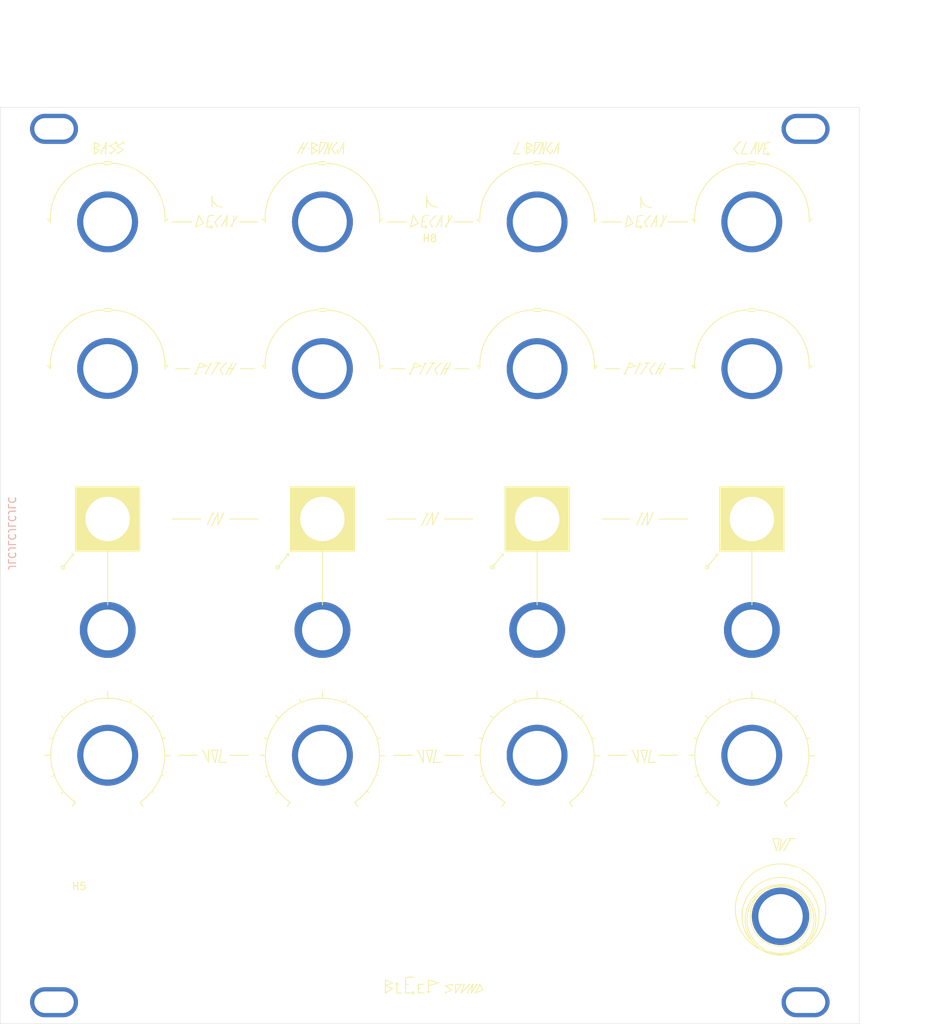
<source format=kicad_pcb>
(kicad_pcb (version 20211014) (generator pcbnew)
  (layers (0 "F.Cu" signal) (31 "B.Cu" signal) (34 "B.Paste" user) (35 "F.Paste" user) (36 "B.SilkS" user "B.Silkscreen") (37 "F.SilkS" user "F.Silkscreen") (38 "B.Mask" user) (39 "F.Mask" user) (44 "Edge.Cuts" user))
  (net 0 "")
  (footprint "Synth:Doepfer Mounting hole" (layer "F.Cu") (at 67.25 30.5)
    (fp_text reference "H1" hide)
    (fp_text value "MountingHole")
    (pad "1" thru_hole oval locked (at 0 0) (size 6.7 4.2) (drill oval 5.5 3) (layers *.Cu *.Mask))
  )
  (footprint "Synth:Doepfer Mounting hole" (layer "F.Cu") (at 172.25 30.5)
    (fp_text reference "H2" hide)
    (fp_text value "MountingHole")
    (pad "1" thru_hole oval locked (at 0 0) (size 6.7 4.2) (drill oval 5.5 3) (layers *.Cu *.Mask))
  )
  (footprint "Synth:Doepfer Mounting hole" (layer "F.Cu") (at 67.25 152.5)
    (fp_text reference "H3" hide)
    (fp_text value "MountingHole")
    (pad "1" thru_hole oval locked (at 0 0) (size 6.7 4.2) (drill oval 5.5 3) (layers *.Cu *.Mask))
  )
  (footprint "MountingHole:MountingHole_3.2mm_M3" (layer "F.Cu") (at 70.75 140.5)
    (fp_text reference "H5" (at 0 -4.2) (layer "F.SilkS"))
    (fp_text value "SpacerHoles")
    (pad "" np_thru_hole circle locked (at 0 0) (size 3.2 3.2) (drill 3.2) (layers *.Cu *.Mask))
  )
  (footprint "Synth:Doepfer Mounting hole" (layer "F.Cu") (at 172.25 152.5)
    (fp_text reference "H4" hide)
    (fp_text value "MountingHole")
    (pad "1" thru_hole oval locked (at 0 0) (size 6.7 4.2) (drill oval 5.5 3) (layers *.Cu *.Mask))
  )
  (footprint "MountingHole:MountingHole_3.2mm_M3" (layer "F.Cu") (at 119.75 50)
    (fp_text reference "H8" (at 0 -4.2) (layer "F.SilkS"))
    (fp_text value "SpacerHoles")
    (pad "" np_thru_hole circle locked (at 0 0) (size 3.2 3.2) (drill 3.2) (layers *.Cu *.Mask))
  )
  (gr_line locked (start 104.75 88.25) (end 104.75 97) (layer "F.SilkS") (width 0.12))
  (gr_line locked (start 74.75 88.25) (end 74.75 97) (layer "F.SilkS") (width 0.12))
  (gr_circle locked (center 98.5 91.75) (end 98.5 91.5) (layer "F.SilkS") (width 0.12) (fill none))
  (gr_line locked (start 98.5 91.75) (end 100 89.85) (layer "F.SilkS") (width 0.12))
  (gr_line locked (start 100 89.85) (end 99.7 89.85) (layer "F.SilkS") (width 0.12))
  (gr_line locked (start 100 89.85) (end 100 90.15) (layer "F.SilkS") (width 0.12))
  (gr_line locked (start 116.35 151.2) (end 117.55 151.2) (layer "F.SilkS") (width 0.12))
  (gr_line locked (start 133.275 34) (end 134.075 33.5) (layer "F.SilkS") (width 0.12))
  (gr_line locked (start 98.25 123.372083) (end 98.6 123.082083) (layer "F.SilkS") (width 0.12))
  (gr_line locked (start 91.95 44.2) (end 92.15 44.1) (layer "F.SilkS") (width 0.12))
  (gr_poly locked (pts (xy 96.35 63.6) (xy 96.75 63.6) (xy 96.75 64)) (layer "F.SilkS") (width 0.12) (fill solid))
  (gr_line locked (start 120.65 117.3) (end 120.55 117.3) (layer "F.SilkS") (width 0.12))
  (gr_line locked (start 134.075 32.8) (end 133.275 32.4) (layer "F.SilkS") (width 0.12))
  (gr_poly locked (pts (xy 142.75 43.5) (xy 142.75 43.1) (xy 143.15 43.1)) (layer "F.SilkS") (width 0.12) (fill solid))
  (gr_line locked (start 103.25 33.2) (end 104.05 32.8) (layer "F.SilkS") (width 0.12))
  (gr_arc locked (start 75.25 55.8) (mid 80.600137 58.161407) (end 82.75 63.6) (layer "F.SilkS") (width 0.12))
  (gr_line locked (start 90.65 117.3) (end 90.55 117.3) (layer "F.SilkS") (width 0.12))
  (gr_line locked (start 119.45 84.15) (end 119.55 84.35) (layer "F.SilkS") (width 0.12))
  (gr_line locked (start 134.25 55.6) (end 135.25 55.6) (layer "F.SilkS") (width 0.12))
  (gr_line locked (start 75.1 34) (end 75.3 34) (layer "F.SilkS") (width 0.12))
  (gr_line locked (start 136.775 32.4) (end 136.875 32.5) (layer "F.SilkS") (width 0.12))
  (gr_line locked (start 151.75 85) (end 155.75 85) (layer "F.SilkS") (width 0.12))
  (gr_line locked (start 150.775 64.8) (end 150.875 64.7) (layer "F.SilkS") (width 0.12))
  (gr_line locked (start 119.15 42.6) (end 119.55 42.6) (layer "F.SilkS") (width 0.12))
  (gr_line locked (start 149.45 84.15) (end 149.25 84.25) (layer "F.SilkS") (width 0.12))
  (gr_line locked (start 121.95 151.2) (end 121.95 151) (layer "F.SilkS") (width 0.12))
  (gr_line locked (start 135.3 32.4) (end 134.25 34) (layer "F.SilkS") (width 0.12))
  (gr_line locked (start 89.31066 41.43934) (end 89.31066 39.93934) (layer "F.SilkS") (width 0.12))
  (gr_line locked (start 91.575 64) (end 92.375 64) (layer "F.SilkS") (width 0.12))
  (gr_line locked (start 147.175 64.7) (end 146.975 64.8) (layer "F.SilkS") (width 0.12))
  (gr_line locked (start 98.25 112.472083) (end 98.66 112.822083) (layer "F.SilkS") (width 0.12))
  (gr_poly locked (pts (xy 82.75 64) (xy 82.75 63.6) (xy 83.15 63.6)) (layer "F.SilkS") (width 0.12) (fill solid))
  (gr_line locked (start 128.25 112.472083) (end 128.66 112.822083) (layer "F.SilkS") (width 0.12))
  (gr_line locked (start 147.35 118) (end 144.65 118) (layer "F.SilkS") (width 0.12))
  (gr_line locked (start 136.775 32.4) (end 136.075 33.3) (layer "F.SilkS") (width 0.12))
  (gr_arc locked (start 126.75 43.1) (mid 128.884567 37.646699) (end 134.25 35.3) (layer "F.SilkS") (width 0.12))
  (gr_line locked (start 149.35 44.2) (end 149.15 44.4) (layer "F.SilkS") (width 0.12))
  (gr_line locked (start 118.75 43.4) (end 119.05 43.4) (layer "F.SilkS") (width 0.12))
  (gr_line locked (start 103.25 32.4) (end 103.25 34) (layer "F.SilkS") (width 0.12))
  (gr_line locked (start 150.15 117.3) (end 149.75 119) (layer "F.SilkS") (width 0.12))
  (gr_line locked (start 117.675 63.2) (end 116.975 64.8) (layer "F.SilkS") (width 0.12))
  (gr_line locked (start 90.15 84.15) (end 90.15 85.85) (layer "F.SilkS") (width 0.12))
  (gr_line locked (start 141.14 112.472083) (end 140.79 112.792083) (layer "F.SilkS") (width 0.12))
  (gr_line locked (start 148.65 85.85) (end 149.45 84.15) (layer "F.SilkS") (width 0.12))
  (gr_line locked (start 162.75 34) (end 162.85 33.9) (layer "F.SilkS") (width 0.12))
  (gr_line locked (start 89.45 84.15) (end 89.25 84.25) (layer "F.SilkS") (width 0.12))
  (gr_line locked (start 149.25 117.3) (end 150.15 117.3) (layer "F.SilkS") (width 0.12))
  (gr_line locked (start 90.95 84.15) (end 90.85 84.15) (layer "F.SilkS") (width 0.12))
  (gr_line locked (start 132.775 33.2) (end 132.975 33.2) (layer "F.SilkS") (width 0.12))
  (gr_line locked (start 120.475 64.1) (end 120.775 64.8) (layer "F.SilkS") (width 0.12))
  (gr_arc locked (start 166.55 32.8) (mid 166.667157 32.517157) (end 166.95 32.4) (layer "F.SilkS") (width 0.12))
  (gr_arc locked (start 160.25 124.572083) (mid 164.75 110.034934) (end 169.25 124.572083) (layer "F.SilkS") (width 0.12))
  (gr_line locked (start 150.65 117.3) (end 150.25 119) (layer "F.SilkS") (width 0.12))
  (gr_line locked (start 164.25 56) (end 165.25 56) (layer "F.SilkS") (width 0.12))
  (gr_line locked (start 105.55 32.4) (end 105.05 34) (layer "F.SilkS") (width 0.12))
  (gr_line locked (start 137.675 33.2) (end 137.375 33.2) (layer "F.SilkS") (width 0.12))
  (gr_line locked (start 115.15 149.8) (end 114.95 150) (layer "F.SilkS") (width 0.12))
  (gr_line locked (start 165.35 32.4) (end 165.25 34) (layer "F.SilkS") (width 0.12))
  (gr_arc locked (start 150.75 41.5) (mid 149.68934 41.06066) (end 149.25 40) (layer "F.SilkS") (width 0.12))
  (gr_line locked (start 105.275 32.4) (end 104.225 34) (layer "F.SilkS") (width 0.12))
  (gr_line locked (start 79.25 124.572083) (end 79.7 125.182083) (layer "F.SilkS") (width 0.12))
  (gr_line locked (start 119.175 63.2) (end 118.975 63.3) (layer "F.SilkS") (width 0.12))
  (gr_line locked (start 121.275 63.2) (end 120.475 64.1) (layer "F.SilkS") (width 0.12))
  (gr_line locked (start 91.275 63.2) (end 90.475 64.1) (layer "F.SilkS") (width 0.12))
  (gr_line locked (start 89.175 63.2) (end 88.975 63.3) (layer "F.SilkS") (width 0.12))
  (gr_line locked (start 121.75 85) (end 125.75 85) (layer "F.SilkS") (width 0.12))
  (gr_poly locked (pts (xy 156.35 43.1) (xy 156.75 43.1) (xy 156.75 43.5)) (layer "F.SilkS") (width 0.12) (fill solid))
  (gr_poly locked (pts (xy 126.35 63.6) (xy 126.75 63.6) (xy 126.75 64)) (layer "F.SilkS") (width 0.12) (fill solid))
  (gr_line locked (start 151.275 63.2) (end 151.375 63.3) (layer "F.SilkS") (width 0.12))
  (gr_line locked (start 150.05 44.2) (end 150.15 44.1) (layer "F.SilkS") (width 0.12))
  (gr_circle locked (center 168.75 140.45) (end 166.75 135.45) (layer "F.SilkS") (width 0.12) (fill none))
  (gr_arc locked (start 100.25 124.572083) (mid 104.75 110.034934) (end 109.25 124.572083) (layer "F.SilkS") (width 0.12))
  (gr_line locked (start 105.05 34) (end 104.95 34) (layer "F.SilkS") (width 0.12))
  (gr_poly locked (pts (xy 66.35 43.1) (xy 66.75 43.1) (xy 66.75 43.5)) (layer "F.SilkS") (width 0.12) (fill solid))
  (gr_line locked (start 87.75 85) (end 83.75 85) (layer "F.SilkS") (width 0.12))
  (gr_line locked (start 153.25 64) (end 155.25 64) (layer "F.SilkS") (width 0.12))
  (gr_line locked (start 115.15 151.2) (end 115.75 151.2) (layer "F.SilkS") (width 0.12))
  (gr_line locked (start 148.05 117.3) (end 148.85 119) (layer "F.SilkS") (width 0.12))
  (gr_line locked (start 91.45 42.6) (end 90.65 44.2) (layer "F.SilkS") (width 0.12))
  (gr_line locked (start 118.15 43.7) (end 117.45 42.6) (layer "F.SilkS") (width 0.12))
  (gr_arc locked (start 156.75 43.1) (mid 158.884567 37.646699) (end 164.25 35.3) (layer "F.SilkS") (width 0.12))
  (gr_line locked (start 147.45 42.6) (end 147.05 44.2) (layer "F.SilkS") (width 0.12))
  (gr_line locked (start 108.05 110.272083) (end 107.89 110.652083) (layer "F.SilkS") (width 0.12))
  (gr_line locked (start 113.55 150.2) (end 114.55 149.8) (layer "F.SilkS") (width 0.12))
  (gr_line locked (start 119.35 44.2) (end 119.15 44.4) (layer "F.SilkS") (width 0.12))
  (gr_line locked (start 136.075 33.3) (end 136.575 34) (layer "F.SilkS") (width 0.12))
  (gr_line locked (start 122.35 43.5) (end 122.35 42.6) (layer "F.SilkS") (width 0.12))
  (gr_line locked (start 89.25 117.3) (end 90.15 117.3) (layer "F.SilkS") (width 0.12))
  (gr_line locked (start 124.15 150) (end 123.35 150) (layer "F.SilkS") (width 0.12))
  (gr_arc locked (start 116.35 149.4) (mid 116.467157 149.117157) (end 116.75 149) (layer "F.SilkS") (width 0.12))
  (gr_line locked (start 162.25 33.25) (end 162.75 34) (layer "F.SilkS") (width 0.12))
  (gr_line locked (start 123.35 151.2) (end 124.15 150) (layer "F.SilkS") (width 0.12))
  (gr_line locked (start 81.14 112.472083) (end 80.79 112.792083) (layer "F.SilkS") (width 0.12))
  (gr_line locked (start 117.675 63.2) (end 118.575 63.6) (layer "F.SilkS") (width 0.12))
  (gr_line locked (start 126.75 150) (end 126.15 151.2) (layer "F.SilkS") (width 0.12))
  (gr_line locked (start 87.175 64.7) (end 86.975 64.8) (layer "F.SilkS") (width 0.12))
  (gr_arc locked (start 165.25 55.8) (mid 170.600137 58.161407) (end 172.75 63.6) (layer "F.SilkS") (width 0.12))
  (gr_line locked (start 74.55 32.4) (end 74.45 34) (layer "F.SilkS") (width 0.12))
  (gr_line locked (start 90.55 42.6) (end 90.65 42.7) (layer "F.SilkS") (width 0.12))
  (gr_line locked (start 106.05 32.4) (end 105.55 34) (layer "F.SilkS") (width 0.12))
  (gr_line locked (start 143.75 43.5) (end 146.55 43.5) (layer "F.SilkS") (width 0.12))
  (gr_line locked (start 90.225 63.2) (end 89.275 64.8) (layer "F.SilkS") (width 0.12))
  (gr_line locked (start 107.65 33.2) (end 107.35 33.2) (layer "F.SilkS") (width 0.12))
  (gr_line locked (start 170.5 129.65) (end 170.9 129.65) (layer "F.SilkS") (width 0.12))
  (gr_line locked (start 118.375 64.8) (end 119.175 63.2) (layer "F.SilkS") (width 0.12))
  (gr_line locked (start 166.55 32.8) (end 166.35 34) (layer "F.SilkS") (width 0.12))
  (gr_line locked (start 113.55 151.2) (end 114.55 150.6) (layer "F.SilkS") (width 0.12))
  (gr_line locked (start 142.85 115.572083) (end 142.39 115.712083) (layer "F.SilkS") (width 0.12))
  (gr_line locked (start 165.25 33.2) (end 164.95 33.2) (layer "F.SilkS") (width 0.12))
  (gr_line locked (start 120.55 42.6) (end 119.75 43.5) (layer "F.SilkS") (width 0.12))
  (gr_line locked (start 125.35 150) (end 125.15 150) (layer "F.SilkS") (width 0.12))
  (gr_line locked (start 130.25 124.572083) (end 129.79 125.162083) (layer "F.SilkS") (width 0.12))
  (gr_line locked (start 90.15 85.85) (end 90.95 84.15) (layer "F.SilkS") (width 0.12))
  (gr_line locked (start 111.14 112.472083) (end 110.79 112.792083) (layer "F.SilkS") (width 0.12))
  (gr_line locked (start 142.55 120.872083) (end 142.24 120.762083) (layer "F.SilkS") (width 0.12))
  (gr_arc locked (start 148.75 43) (mid 148.867157 42.717157) (end 149.15 42.6) (layer "F.SilkS") (width 0.12))
  (gr_line locked (start 78.05 110.272083) (end 77.89 110.652083) (layer "F.SilkS") (width 0.12))
  (gr_line locked (start 89.35 44.2) (end 89.15 44) (layer "F.SilkS") (width 0.12))
  (gr_arc locked (start 130.25 124.572083) (mid 134.75 110.034934) (end 139.25 124.572083) (layer "F.SilkS") (width 0.12))
  (gr_line locked (start 142.752701 118.072083) (end 143.524313 118.072083) (layer "F.SilkS") (width 0.12))
  (gr_line locked (start 102.15 32.4) (end 101.25 34) (layer "F.SilkS") (width 0.12))
  (gr_line locked (start 96.85 120.972083) (end 97.29 120.812083) (layer "F.SilkS") (width 0.12))
  (gr_line locked (start 102.65 32.4) (end 101.75 34) (layer "F.SilkS") (width 0.12))
  (gr_line locked (start 100.25 124.572083) (end 99.79 125.162083) (layer "F.SilkS") (width 0.12))
  (gr_line locked (start 119.55 149.4) (end 119.55 151.2) (layer "F.SilkS") (width 0.12))
  (gr_line locked (start 166.95 32.4) (end 167.35 32.4) (layer "F.SilkS") (width 0.12))
  (gr_line locked (start 171.14 112.472083) (end 170.79 112.792083) (layer "F.SilkS") (width 0.12))
  (gr_arc locked (start 165.25 35.3) (mid 170.600137 37.661407) (end 172.75 43.1) (layer "F.SilkS") (width 0.12))
  (gr_line locked (start 150.475 64.1) (end 150.775 64.8) (layer "F.SilkS") (width 0.12))
  (gr_line locked (start 73.7 32.8) (end 72.9 32.4) (layer "F.SilkS") (width 0.12))
  (gr_line locked (start 121.45 42.6) (end 120.65 44.2) (layer "F.SilkS") (width 0.12))
  (gr_line locked (start 117.75 85) (end 113.75 85) (layer "F.SilkS") (width 0.12))
  (gr_line locked (start 117.175 64.7) (end 116.975 64.8) (layer "F.SilkS") (width 0.12))
  (gr_line locked (start 74.75 110.033694) (end 74.75 109.072083) (layer "F.SilkS") (width 0.12))
  (gr_line locked (start 158.25 123.372083) (end 158.6 123.082083) (layer "F.SilkS") (width 0.12))
  (gr_line locked (start 152.675 63.2) (end 151.775 64.8) (layer "F.SilkS") (width 0.12))
  (gr_poly locked (pts (xy 112.75 43.5) (xy 112.75 43.1) (xy 113.15 43.1)) (layer "F.SilkS") (width 0.12) (fill solid))
  (gr_line locked (start 150.55 42.6) (end 150.65 42.7) (layer "F.SilkS") (width 0.12))
  (gr_line locked (start 139.25 124.572083) (end 139.7 125.182083) (layer "F.SilkS") (width 0.12))
  (gr_line locked (start 91.35 43.4) (end 91.05 43.4) (layer "F.SilkS") (width 0.12))
  (gr_line locked (start 104.25 55.6) (end 105.25 55.6) (layer "F.SilkS") (width 0.12))
  (gr_line locked (start 149.75 119) (end 149.25 117.3) (layer "F.SilkS") (width 0.12))
  (gr_line locked (start 75.1 34) (end 75.1 33.8) (layer "F.SilkS") (width 0.12))
  (gr_line locked (start 116.35 150) (end 116.75 150) (layer "F.SilkS") (width 0.12))
  (gr_line locked (start 118.15 150) (end 118.15 151.2) (layer "F.SilkS") (width 0.12))
  (gr_line locked (start 146.975 64.8) (end 146.875 64.6) (layer "F.SilkS") (width 0.12))
  (gr_line locked (start 136.825 33.4) (end 136.925 33.5) (layer "F.SilkS") (width 0.12))
  (gr_line locked (start 122.95 150) (end 121.95 150.2) (layer "F.SilkS") (width 0.12))
  (gr_line locked (start 92.35 43.5) (end 92.85 42.6) (layer "F.SilkS") (width 0.12))
  (gr_line locked (start 96.65 115.572083) (end 97.11 115.712083) (layer "F.SilkS") (width 0.12))
  (gr_line locked (start 148.85 119) (end 148.85 117.3) (layer "F.SilkS") (width 0.12))
  (gr_line locked (start 88.05 117.3) (end 88.85 119) (layer "F.SilkS") (width 0.12))
  (gr_line locked (start 130 89.85) (end 129.7 89.85) (layer "F.SilkS") (width 0.12))
  (gr_line locked (start 172.55 120.872083) (end 172.24 120.762083) (layer "F.SilkS") (width 0.12))
  (gr_line locked (start 163.1 32.3) (end 163.2 32.4) (layer "F.SilkS") (width 0.12))
  (gr_line locked (start 118.15 150.6) (end 118.35 150.6) (layer "F.SilkS") (width 0.12))
  (gr_line locked (start 167.15 34) (end 166.95 34.2) (layer "F.SilkS") (width 0.12))
  (gr_line locked (start 149.175 63.2) (end 148.975 63.3) (layer "F.SilkS") (width 0.12))
  (gr_line locked (start 149.75 43.5) (end 150.05 44.2) (layer "F.SilkS") (width 0.12))
  (gr_line locked (start 124.55 150) (end 124.35 150) (layer "F.SilkS") (width 0.12))
  (gr_line locked (start 125.966895 118) (end 126.738507 118) (layer "F.SilkS") (width 0.12))
  (gr_line locked (start 104.225 34) (end 104.475 32.4) (layer "F.SilkS") (width 0.12))
  (gr_line locked (start 88.85 117.3) (end 88.75 117.3) (layer "F.SilkS") (width 0.12))
  (gr_line locked (start 89.35 85.85) (end 89.25 85.85) (layer "F.SilkS") (width 0.12))
  (gr_line locked (start 167.7 129.65) (end 168.6 129.65) (layer "F.SilkS") (width 0.12))
  (gr_line locked (start 119.75 43.5) (end 120.05 44.2) (layer "F.SilkS") (width 0.12))
  (gr_line locked (start 149.15 42.6) (end 149.55 42.6) (layer "F.SilkS") (width 0.12))
  (gr_line locked (start 134.25 35.1) (end 135.25 35.1) (layer "F.SilkS") (width 0.12))
  (gr_line locked (start 83.75 43.5) (end 86.55 43.5) (layer "F.SilkS") (width 0.12))
  (gr_line locked (start 118.85 117.3) (end 118.75 117.3) (layer "F.SilkS") (width 0.12))
  (gr_line locked (start 168.05 110.272083) (end 167.89 110.652083) (layer "F.SilkS") (width 0.12))
  (gr_line locked (start 168.6 129.65) (end 168.2 131.35) (layer "F.SilkS") (width 0.12))
  (gr_line locked (start 165.35 32.4) (end 164.55 34) (layer "F.SilkS") (width 0.12))
  (gr_line locked (start 90.775 64.8) (end 90.875 64.7) (layer "F.SilkS") (width 0.12))
  (gr_line locked (start 128.5 91.75) (end 130 89.85) (layer "F.SilkS") (width 0.12))
  (gr_line locked (start 119.35 151) (end 119.55 151.2) (layer "F.SilkS") (width 0.12))
  (gr_line locked (start 106.75 32.4) (end 106.85 32.5) (layer "F.SilkS") (width 0.12))
  (gr_line locked (start 119.55 151.2) (end 119.55 151) (layer "F.SilkS") (width 0.12))
  (gr_line locked (start 119.35 85.85) (end 119.25 85.85) (layer "F.SilkS") (width 0.12))
  (gr_poly locked (pts (xy 66.35 63.6) (xy 66.75 63.6) (xy 66.75 64)) (layer "F.SilkS") (width 0.12) (fill solid))
  (gr_line locked (start 72.9 34) (end 73.7 33.5) (layer "F.SilkS") (width 0.12))
  (gr_line locked (start 74.25 35.1) (end 75.25 35.1) (layer "F.SilkS") (width 0.12))
  (gr_line locked (start 112.55 120.872083) (end 112.24 120.762083) (layer "F.SilkS") (width 0.12))
  (gr_line locked (start 121.35 43.4) (end 121.05 43.4) (layer "F.SilkS") (width 0.12))
  (gr_line locked (start 104.05 33.5) (end 103.25 33.2) (layer "F.SilkS") (width 0.12))
  (gr_line locked (start 76.1 34) (end 76.3 34) (layer "F.SilkS") (width 0.12))
  (gr_line locked (start 135.575 32.4) (end 135.575 34) (layer "F.SilkS") (width 0.12))
  (gr_line locked (start 151.95 44.2) (end 151.95 44) (layer "F.SilkS") (width 0.12))
  (gr_line locked (start 163.25 34) (end 164.15 34) (layer "F.SilkS") (width 0.12))
  (gr_line locked (start 74.25 35.5) (end 75.25 35.5) (layer "F.SilkS") (width 0.12))
  (gr_line locked (start 150.25 119) (end 151.35 119) (layer "F.SilkS") (width 0.12))
  (gr_line locked (start 68.25 112.472083) (end 68.66 112.822083) (layer "F.SilkS") (width 0.12))
  (gr_line locked (start 87.35 118) (end 84.65 118) (layer "F.SilkS") (width 0.12))
  (gr_line locked (start 92.35 43.5) (end 91.95 44.2) (layer "F.SilkS") (width 0.12))
  (gr_line locked (start 106.8 33.4) (end 106.9 33.5) (layer "F.SilkS") (width 0.12))
  (gr_poly locked (pts (xy 112.75 64) (xy 112.75 63.6) (xy 113.15 63.6)) (layer "F.SilkS") (width 0.12) (fill solid))
  (gr_line locked (start 89.825 63.2) (end 90.525 63.2) (layer "F.SilkS") (width 0.12))
  (gr_line locked (start 90.475 64.1) (end 90.775 64.8) (layer "F.SilkS") (width 0.12))
  (gr_line locked (start 126.35 150) (end 126.15 150) (layer "F.SilkS") (width 0.12))
  (gr_line locked (start 166.4 32.4) (end 166.3 32.4) (layer "F.SilkS") (width 0.12))
  (gr_line locked (start 119.45 84.15) (end 119.25 84.25) (layer "F.SilkS") (width 0.12))
  (gr_line locked (start 149.825 63.2) (end 150.525 63.2) (layer "F.SilkS") (width 0.12))
  (gr_line locked (start 113.75 43.5) (end 116.55 43.5) (layer "F.SilkS") (width 0.12))
  (gr_line locked (start 119.75 119) (end 119.25 117.3) (layer "F.SilkS") (width 0.12))
  (gr_line locked (start 104.475 32.4) (end 105.275 32.4) (layer "F.SilkS") (width 0.12))
  (gr_arc locked (start 126.75 63.6) (mid 128.884567 58.146699) (end 134.25 55.8) (layer "F.SilkS") (width 0.12))
  (gr_line locked (start 128.25 123.372083) (end 128.6 123.082083) (layer "F.SilkS") (width 0.12))
  (gr_line locked (start 136.075 32.4) (end 135.975 32.4) (layer "F.SilkS") (width 0.12))
  (gr_line locked (start 117.05 44.2) (end 118.15 43.7) (layer "F.SilkS") (width 0.12))
  (gr_line locked (start 172.85 115.572083) (end 172.39 115.712083) (layer "F.SilkS") (width 0.12))
  (gr_line locked (start 115.15 149.8) (end 115.15 151.2) (layer "F.SilkS") (width 0.12))
  (gr_line locked (start 150.15 84.15) (end 150.15 85.85) (layer "F.SilkS") (width 0.12))
  (gr_line locked (start 172.752701 118.072083) (end 173.524313 118.072083) (layer "F.SilkS") (width 0.12))
  (gr_line locked (start 117.35 118) (end 114.65 118) (layer "F.SilkS") (width 0.12))
  (gr_line locked (start 91.275 63.2) (end 91.375 63.3) (layer "F.SilkS") (width 0.12))
  (gr_line locked (start 144.25 64) (end 146.25 64) (layer "F.SilkS") (width 0.12))
  (gr_line locked (start 149.35 85.85) (end 150.15 84.15) (layer "F.SilkS") (width 0.12))
  (gr_line locked (start 164.75 88.25) (end 164.75 97) (layer "F.SilkS") (width 0.12))
  (gr_line locked (start 76 32.4) (end 75.8 32.3) (layer "F.SilkS") (width 0.12))
  (gr_arc locked (start 66.75 43.1) (mid 68.884567 37.646699) (end 74.25 35.3) (layer "F.SilkS") (width 0.12))
  (gr_line locked (start 76 32.9) (end 76.9 33.4) (layer "F.SilkS") (width 0.12))
  (gr_line locked (start 168.9 129.65) (end 168.6 131.35) (layer "F.SilkS") (width 0.12))
  (gr_line locked (start 81.18 123.212083) (end 80.94 123.012083) (layer "F.SilkS") (width 0.12))
  (gr_line locked (start 124.55 150) (end 124.15 151.2) (layer "F.SilkS") (width 0.12))
  (gr_poly locked (pts (xy 172.75 43.5) (xy 172.75 43.1) (xy 173.15 43.1)) (layer "F.SilkS") (width 0.12) (fill solid))
  (gr_line locked (start 135.575 32.4) (end 135.075 34) (layer "F.SilkS") (width 0.12))
  (gr_line locked (start 121.95 150.2) (end 122.75 150.8) (layer "F.SilkS") (width 0.12))
  (gr_line locked (start 165.7 32.4) (end 165.6 34) (layer "F.SilkS") (width 0.12))
  (gr_line locked (start 155.966895 118) (end 156.738507 118) (layer "F.SilkS") (width 0.12))
  (gr_line locked (start 136.575 34) (end 136.925 33.5) (layer "F.SilkS") (width 0.12))
  (gr_line locked (start 89.35 85.85) (end 90.15 84.15) (layer "F.SilkS") (width 0.12))
  (gr_poly locked (pts (xy 160.25 80.5) (xy 169.25 80.5) (xy 169.25 89.5) (xy 160.25 89.5)) (layer "F.SilkS") (width 0.1) (fill solid))
  (gr_line locked (start 131.475 34) (end 132.375 34) (layer "F.SilkS") (width 0.12))
  (gr_line locked (start 70 89.85) (end 69.7 89.85) (layer "F.SilkS") (width 0.12))
  (gr_line locked (start 76.9 33.4) (end 76.1 34) (layer "F.SilkS") (width 0.12))
  (gr_line locked (start 165.7 32.4) (end 165.6 32.4) (layer "F.SilkS") (width 0.12))
  (gr_line locked (start 90.25 119) (end 91.35 119) (layer "F.SilkS") (width 0.12))
  (gr_line locked (start 82.55 120.872083) (end 82.24 120.762083) (layer "F.SilkS") (width 0.12))
  (gr_line locked (start 122.75 150.8) (end 121.95 151.2) (layer "F.SilkS") (width 0.12))
  (gr_line locked (start 164.25 35.5) (end 165.25 35.5) (layer "F.SilkS") (width 0.12))
  (gr_line locked (start 90.05 44.2) (end 90.15 44.1) (layer "F.SilkS") (width 0.12))
  (gr_line locked (start 119.825 63.2) (end 120.525 63.2) (layer "F.SilkS") (width 0.12))
  (gr_line locked (start 121.95 44.2) (end 122.15 44.1) (layer "F.SilkS") (width 0.12))
  (gr_arc locked (start 66.75 63.6) (mid 68.884567 58.146699) (end 74.25 55.8) (layer "F.SilkS") (width 0.12))
  (gr_line locked (start 82.85 115.572083) (end 82.39 115.712083) (layer "F.SilkS") (width 0.12))
  (gr_line locked (start 106.05 32.4) (end 105.95 32.4) (layer "F.SilkS") (width 0.12))
  (gr_line locked (start 105.55 32.4) (end 105.55 34) (layer "F.SilkS") (width 0.12))
  (gr_line locked (start 168.2 131.35) (end 167.7 129.65) (layer "F.SilkS") (width 0.12))
  (gr_line locked (start 92.175 63.2) (end 91.275 64.8) (layer "F.SilkS") (width 0.12))
  (gr_line locked (start 152.175 63.2) (end 151.275 64.8) (layer "F.SilkS") (width 0.12))
  (gr_line locked (start 87.675 63.2) (end 88.575 63.6) (layer "F.SilkS") (width 0.12))
  (gr_line locked (start 164.25 35.1) (end 165.25 35.1) (layer "F.SilkS") (width 0.12))
  (gr_poly locked (pts (xy 126.35 43.1) (xy 126.75 43.1) (xy 126.75 43.5)) (layer "F.SilkS") (width 0.12) (fill solid))
  (gr_line locked (start 74.45 33.2) (end 74.15 33.2) (layer "F.SilkS") (width 0.12))
  (gr_line locked (start 151.275 63.2) (end 150.475 64.1) (layer "F.SilkS") (width 0.12))
  (gr_line locked (start 121.45 42.6) (end 121.35 44.2) (layer "F.SilkS") (width 0.12))
  (gr_line locked (start 74.25 55.6) (end 75.25 55.6) (layer "F.SilkS") (width 0.12))
  (gr_line locked (start 135.075 34) (end 134.975 34) (layer "F.SilkS") (width 0.12))
  (gr_line locked (start 152.35 43.5) (end 151.95 44.2) (layer "F.SilkS") (width 0.12))
  (gr_line locked (start 114.55 149.8) (end 113.55 149.4) (layer "F.SilkS") (width 0.12))
  (gr_line locked (start 148.575 63.6) (end 147.375 63.9) (layer "F.SilkS") (width 0.12))
  (gr_line locked (start 89.75 43.5) (end 90.05 44.2) (layer "F.SilkS") (width 0.12))
  (gr_line locked (start 95.966895 118) (end 96.738507 118) (layer "F.SilkS") (width 0.12))
  (gr_line locked (start 90.55 42.6) (end 89.75 43.5) (layer "F.SilkS") (width 0.12))
  (gr_line locked (start 122.35 43.5) (end 121.95 44.2) (layer "F.SilkS") (width 0.12))
  (gr_line locked (start 123.25 64) (end 125.25 64) (layer "F.SilkS") (width 0.12))
  (gr_line locked (start 114.55 150.6) (end 113.55 150.2) (layer "F.SilkS") (width 0.12))
  (gr_line locked (start 151.45 42.6) (end 150.65 44.2) (layer "F.SilkS") (width 0.12))
  (gr_line locked (start 147.05 44.2) (end 148.15 43.7) (layer "F.SilkS") (width 0.12))
  (gr_line locked (start 169.8 129.65) (end 170.5 129.65) (layer "F.SilkS") (width 0.12))
  (gr_line locked (start 132.175 32.4) (end 131.475 34) (layer "F.SilkS") (width 0.12))
  (gr_line locked (start 124.95 151.2) (end 125.15 151.2) (layer "F.SilkS") (width 0.12))
  (gr_poly locked (pts (xy 130.25 80.5) (xy 139.25 80.5) (xy 139.25 89.5) (xy 130.25 89.5)) (layer "F.SilkS") (width 0.1) (fill solid))
  (gr_line locked (start 134.075 33.5) (end 133.275 33.2) (layer "F.SilkS") (width 0.12))
  (gr_line locked (start 119.25 117.3) (end 120.15 117.3) (layer "F.SilkS") (width 0.12))
  (gr_line locked (start 131.55 110.172083) (end 131.74 110.622083) (layer "F.SilkS") (width 0.12))
  (gr_line locked (start 106.55 34) (end 106.9 33.5) (layer "F.SilkS") (width 0.12))
  (gr_line locked (start 70.25 124.572083) (end 69.79 125.162083) (layer "F.SilkS") (width 0.12))
  (gr_arc locked (start 120.81066 41.43934) (mid 119.75 41) (end 119.31066 39.93934) (layer "F.SilkS") (width 0.12))
  (gr_line locked (start 89.175 63.2) (end 89.275 63.4) (layer "F.SilkS") (width 0.12))
  (gr_line locked (start 134.75 88.25) (end 134.75 97) (layer "F.SilkS") (width 0.12))
  (gr_line locked (start 163.95 32.4) (end 163.25 34) (layer "F.SilkS") (width 0.12))
  (gr_line locked (start 161.55 110.172083) (end 161.74 110.622083) (layer "F.SilkS") (width 0.12))
  (gr_arc locked (start 135.25 35.3) (mid 140.600137 37.661407) (end 142.75 43.1) (layer "F.SilkS") (width 0.12))
  (gr_poly locked (pts (xy 96.35 43.1) (xy 96.75 43.1) (xy 96.75 43.5)) (layer "F.SilkS") (width 0.12) (fill solid))
  (gr_line locked (start 126.65 115.572083) (end 127.11 115.712083) (layer "F.SilkS") (width 0.12))
  (gr_line locked (start 147.75 85) (end 143.75 85) (layer "F.SilkS") (width 0.12))
  (gr_line locked (start 90.15 117.3) (end 89.75 119) (layer "F.SilkS") (width 0.12))
  (gr_line locked (start 77 32.4) (end 76.8 32.3) (layer "F.SilkS") (width 0.12))
  (gr_line locked (start 88.65 85.85) (end 89.45 84.15) (layer "F.SilkS") (width 0.12))
  (gr_line locked (start 158.25 112.472083) (end 158.66 112.822083) (layer "F.SilkS") (width 0.12))
  (gr_line locked (start 118.05 117.3) (end 118.85 119) (layer "F.SilkS") (width 0.12))
  (gr_circle locked (center 168.75 140.45) (end 166 137.25) (layer "F.SilkS") (width 0.12) (fill none))
  (gr_line locked (start 150.225 63.2) (end 149.275 64.8) (layer "F.SilkS") (width 0.12))
  (gr_line locked (start 150.55 42.6) (end 149.75 43.5) (layer "F.SilkS") (width 0.12))
  (gr_line locked (start 122.675 63.2) (end 121.775 64.8) (layer "F.SilkS") (width 0.12))
  (gr_line locked (start 104.75 110.033694) (end 104.75 109.072083) (layer "F.SilkS") (width 0.12))
  (gr_line locked (start 150.15 85.85) (end 150.95 84.15) (layer "F.SilkS") (width 0.12))
  (gr_line locked (start 120.05 44.2) (end 120.15 44.1) (layer "F.SilkS") (width 0.12))
  (gr_line locked (start 153.05 43.5) (end 155.75 43.5) (layer "F.SilkS") (width 0.12))
  (gr_line locked (start 170.2 129.65) (end 169.2 131.35) (layer "F.SilkS") (width 0.12))
  (gr_line locked (start 148.75 43.4) (end 149.05 43.4) (layer "F.SilkS") (width 0.12))
  (gr_line locked (start 147.675 63.2) (end 148.575 63.6) (layer "F.SilkS") (width 0.12))
  (gr_circle locked (center 168.75 141) (end 170.2 145.45) (layer "F.SilkS") (width 0.12) (fill none))
  (gr_line locked (start 109.25 124.572083) (end 109.7 125.182083) (layer "F.SilkS") (width 0.12))
  (gr_line locked (start 114.25 64) (end 116.25 64) (layer "F.SilkS") (width 0.12))
  (gr_line locked (start 120.15 117.3) (end 119.75 119) (layer "F.SilkS") (width 0.12))
  (gr_line locked (start 148.375 64.8) (end 149.175 63.2) (layer "F.SilkS") (width 0.12))
  (gr_line locked (start 104.25 35.1) (end 105.25 35.1) (layer "F.SilkS") (width 0.12))
  (gr_line locked (start 91.75 85) (end 95.75 85) (layer "F.SilkS") (width 0.12))
  (gr_line locked (start 82.752701 118.072083) (end 83.524313 118.072083) (layer "F.SilkS") (width 0.12))
  (gr_line locked (start 118.575 63.6) (end 117.375 63.9) (layer "F.SilkS") (width 0.12))
  (gr_line locked (start 88.375 64.8) (end 89.175 63.2) (layer "F.SilkS") (width 0.12))
  (gr_line locked (start 163.1 32.3) (end 162.25 33.25) (layer "F.SilkS") (width 0.12))
  (gr_line locked (start 148.85 117.3) (end 148.75 117.3) (layer "F.SilkS") (width 0.12))
  (gr_line locked (start 126.85 120.972083) (end 127.29 120.812083) (layer "F.SilkS") (width 0.12))
  (gr_line locked (start 166.35 34) (end 167.05 34) (layer "F.SilkS") (width 0.12))
  (gr_line locked (start 148.05 117.3) (end 147.95 117.3) (layer "F.SilkS") (width 0.12))
  (gr_line locked (start 132.175 32.4) (end 132.075 32.4) (layer "F.SilkS") (width 0.12))
  (gr_line locked (start 121.95 44.2) (end 121.95 44) (layer "F.SilkS") (width 0.12))
  (gr_line locked (start 156.65 115.572083) (end 157.11 115.712083) (layer "F.SilkS") (width 0.12))
  (gr_circle locked (center 168.75 141) (end 166.95 136.4) (layer "F.SilkS") (width 0.12) (fill none))
  (gr_line locked (start 66.65 115.572083) (end 67.11 115.712083) (layer "F.SilkS") (width 0.12))
  (gr_line locked (start 130 89.85) (end 130 90.15) (layer "F.SilkS") (width 0.12))
  (gr_line locked (start 134.25 34) (end 134.5 32.4) (layer "F.SilkS") (width 0.12))
  (gr_line locked (start 76.1 34) (end 76.1 33.8) (layer "F.SilkS") (width 0.12))
  (gr_line locked (start 101.55 33.2) (end 102.35 33.2) (layer "F.SilkS") (width 0.12))
  (gr_line locked (start 73.7 33.5) (end 72.9 33.2) (layer "F.SilkS") (width 0.12))
  (gr_line locked (start 120.65 117.3) (end 120.25 119) (layer "F.SilkS") (width 0.12))
  (gr_poly locked (pts (xy 100.25 80.5) (xy 109.25 80.5) (xy 109.25 89.5) (xy 100.25 89.5)) (layer "F.SilkS") (width 0.1) (fill solid))
  (gr_line locked (start 121.75 118) (end 124.45 118) (layer "F.SilkS") (width 0.12))
  (gr_arc locked (start 156.75 63.6) (mid 158.884567 58.146699) (end 164.25 55.8) (layer "F.SilkS") (width 0.12))
  (gr_line locked (start 74.25 56) (end 75.25 56) (layer "F.SilkS") (width 0.12))
  (gr_line locked (start 168.6 131.35) (end 169.6 129.65) (layer "F.SilkS") (width 0.12))
  (gr_line locked (start 164.75 110.033694) (end 164.75 109.072083) (layer "F.SilkS") (width 0.12))
  (gr_line locked (start 151.45 42.6) (end 151.35 44.2) (layer "F.SilkS") (width 0.12))
  (gr_line locked (start 123.05 43.5) (end 125.75 43.5) (layer "F.SilkS") (width 0.12))
  (gr_line locked (start 120.225 63.2) (end 119.275 64.8) (layer "F.SilkS") (width 0.12))
  (gr_line locked (start 116.75 149) (end 117.55 149) (layer "F.SilkS") (width 0.12))
  (gr_line locked (start 134.25 35.5) (end 135.25 35.5) (layer "F.SilkS") (width 0.12))
  (gr_line locked (start 120.25 119) (end 121.35 119) (layer "F.SilkS") (width 0.12))
  (gr_line locked (start 149.35 85.85) (end 149.25 85.85) (layer "F.SilkS") (width 0.12))
  (gr_line locked (start 119.55 151.2) (end 119.75 151) (layer "F.SilkS") (width 0.12))
  (gr_line locked (start 149.25 41.5) (end 149.25 40) (layer "F.SilkS") (width 0.12))
  (gr_line locked (start 71.55 110.172083) (end 71.74 110.622083) (layer "F.SilkS") (width 0.12))
  (gr_line locked (start 113.55 149.4) (end 113.55 151.2) (layer "F.SilkS") (width 0.12))
  (gr_line locked (start 148.55 44.2) (end 149.25 44.2) (layer "F.SilkS") (width 0.12))
  (gr_line locked (start 120.775 64.8) (end 120.875 64.7) (layer "F.SilkS") (width 0.12))
  (gr_line locked (start 70 89.85) (end 70 90.15) (layer "F.SilkS") (width 0.12))
  (gr_line locked (start 112.752701 118.072083) (end 113.524313 118.072083) (layer "F.SilkS") (width 0.12))
  (gr_line locked (start 124.15 151.2) (end 125.35 150) (layer "F.SilkS") (width 0.12))
  (gr_line locked (start 133.275 33.2) (end 134.075 32.8) (layer "F.SilkS") (width 0.12))
  (gr_line locked (start 87.05 44.2) (end 88.15 43.7) (layer "F.SilkS") (width 0.12))
  (gr_line locked (start 87.45 42.6) (end 87.05 44.2) (layer "F.SilkS") (width 0.12))
  (gr_line locked (start 149.175 63.2) (end 149.275 63.4) (layer "F.SilkS") (width 0.12))
  (gr_line locked (start 138.05 110.272083) (end 137.89 110.652083) (layer "F.SilkS") (width 0.12))
  (gr_line locked (start 136.075 32.4) (end 135.575 34) (layer "F.SilkS") (width 0.12))
  (gr_line locked (start 77 32.4) (end 77 32.6) (layer "F.SilkS") (width 0.12))
  (gr_line locked (start 72.9 32.4) (end 72.9 34) (layer "F.SilkS") (width 0.12))
  (gr_line locked (start 117.55 151.2) (end 117.35 151) (layer "F.SilkS") (width 0.12))
  (gr_circle locked (center 68.5 91.75) (end 68.5 91.5) (layer "F.SilkS") (width 0.12) (fill none))
  (gr_line locked (start 160.25 124.572083) (end 159.79 125.162083) (layer "F.SilkS") (width 0.12))
  (gr_line locked (start 87.675 63.2) (end 86.975 64.8) (layer "F.SilkS") (width 0.12))
  (gr_line locked (start 86.975 64.8) (end 86.875 64.6) (layer "F.SilkS") (width 0.12))
  (gr_line locked (start 134.25 56) (end 135.25 56) (layer "F.SilkS") (width 0.12))
  (gr_line locked (start 126.75 150) (end 127.15 150.8) (layer "F.SilkS") (width 0.12))
  (gr_line locked (start 92.675 63.2) (end 91.775 64.8) (layer "F.SilkS") (width 0.12))
  (gr_line locked (start 148.15 43.7) (end 147.45 42.6) (layer "F.SilkS") (width 0.12))
  (gr_line locked (start 88.75 43) (end 88.55 44.2) (layer "F.SilkS") (width 0.12))
  (gr_line locked (start 167.15 34) (end 166.95 33.8) (layer "F.SilkS") (width 0.12))
  (gr_line locked (start 90.65 117.3) (end 90.25 119) (layer "F.SilkS") (width 0.12))
  (gr_line locked (start 102.75 33.2) (end 102.95 33.2) (layer "F.SilkS") (width 0.12))
  (gr_line locked (start 65.966895 118) (end 66.738507 118) (layer "F.SilkS") (width 0.12))
  (gr_line locked (start 77 32.4) (end 76 32.9) (layer "F.SilkS") (width 0.12))
  (gr_line locked (start 160 89.85) (end 159.7 89.85) (layer "F.SilkS") (width 0.12))
  (gr_line locked (start 171.18 123.212083) (end 170.94 123.012083) (layer "F.SilkS") (width 0.12))
  (gr_arc locked (start 70.25 124.572083) (mid 74.75 110.034934) (end 79.25 124.572083) (layer "F.SilkS") (width 0.12))
  (gr_line locked (start 152.35 43.5) (end 152.35 42.6) (layer "F.SilkS") (width 0.12))
  (gr_line locked (start 111.18 123.212083) (end 110.94 123.012083) (layer "F.SilkS") (width 0.12))
  (gr_line locked (start 76 32.4) (end 76 32.6) (layer "F.SilkS") (width 0.12))
  (gr_arc locked (start 96.75 43.1) (mid 98.884567 37.646699) (end 104.25 35.3) (layer "F.SilkS") (width 0.12))
  (gr_line locked (start 106.75 32.4) (end 106.05 33.3) (layer "F.SilkS") (width 0.12))
  (gr_line locked (start 150.95 84.15) (end 150.85 84.15) (layer "F.SilkS") (width 0.12))
  (gr_line locked (start 115.15 149.8) (end 115.35 150) (layer "F.SilkS") (width 0.12))
  (gr_arc locked (start 105.25 55.8) (mid 110.600137 58.161407) (end 112.75 63.6) (layer "F.SilkS") (width 0.12))
  (gr_line locked (start 75.9 33.4) (end 75.1 34) (layer "F.SilkS") (width 0.12))
  (gr_line locked (start 120.95 84.15) (end 120.85 84.15) (layer "F.SilkS") (width 0.12))
  (gr_poly locked (pts (xy 156.35 63.6) (xy 156.75 63.6) (xy 156.75 64)) (layer "F.SilkS") (width 0.12) (fill solid))
  (gr_line locked (start 74.55 32.4) (end 73.75 34) (layer "F.SilkS") (width 0.12))
  (gr_line locked (start 120.15 84.15) (end 120.15 85.85) (layer "F.SilkS") (width 0.12))
  (gr_line locked (start 152.35 43.5) (end 152.85 42.6) (layer "F.SilkS") (width 0.12))
  (gr_line locked (start 119.31066 41.43934) (end 119.31066 39.93934) (layer "F.SilkS") (width 0.12))
  (gr_line locked (start 151.575 64) (end 152.375 64) (layer "F.SilkS") (width 0.12))
  (gr_line locked (start 149.45 84.15) (end 149.55 84.35) (layer "F.SilkS") (width 0.12))
  (gr_line locked (start 125.75 150) (end 124.95 151.2) (layer "F.SilkS") (width 0.12))
  (gr_circle locked (center 128.5 91.75) (end 128.5 91.5) (layer "F.SilkS") (width 0.12) (fill none))
  (gr_arc locked (start 96.75 63.6) (mid 98.884567 58.146699) (end 104.25 55.8) (layer "F.SilkS") (width 0.12))
  (gr_line locked (start 107.75 32.4) (end 107.65 34) (layer "F.SilkS") (width 0.12))
  (gr_line locked (start 92.35 43.5) (end 92.35 42.6) (layer "F.SilkS") (width 0.12))
  (gr_line locked (start 117.55 151.2) (end 117.35 151.4) (layer "F.SilkS") (width 0.12))
  (gr_line locked (start 117.45 42.6) (end 117.05 44.2) (layer "F.SilkS") (width 0.12))
  (gr_line locked (start 133.275 32.4) (end 133.275 34) (layer "F.SilkS") (width 0.12))
  (gr_line locked (start 91.75 118) (end 94.45 118) (layer "F.SilkS") (width 0.12))
  (gr_line locked (start 118.85 119) (end 118.85 117.3) (layer "F.SilkS") (width 0.12))
  (gr_line locked (start 119.55 149.4) (end 120.95 149.8) (layer "F.SilkS") (width 0.12))
  (gr_line locked (start 118.55 44.2) (end 119.25 44.2) (layer "F.SilkS") (width 0.12))
  (gr_line locked (start 120.15 85.85) (end 120.95 84.15) (layer "F.SilkS") (width 0.12))
  (gr_line locked (start 125.55 151.2) (end 126.35 150) (layer "F.SilkS") (width 0.12))
  (gr_line locked (start 126.15 151.2) (end 127.15 150.8) (layer "F.SilkS") (width 0.12))
  (gr_line locked (start 160 89.85) (end 160 90.15) (layer "F.SilkS") (width 0.12))
  (gr_line locked (start 122.175 63.2) (end 121.275 64.8) (layer "F.SilkS") (width 0.12))
  (gr_line locked (start 120.55 42.6) (end 120.65 42.7) (layer "F.SilkS") (width 0.12))
  (gr_line locked (start 151.75 118) (end 154.45 118) (layer "F.SilkS") (width 0.12))
  (gr_arc locked (start 90.81066 41.43934) (mid 89.75 41) (end 89.31066 39.93934) (layer "F.SilkS") (width 0.12))
  (gr_line locked (start 118.15 151.2) (end 118.95 151.2) (layer "F.SilkS") (width 0.12))
  (gr_line locked (start 89.45 84.15) (end 89.55 84.35) (layer "F.SilkS") (width 0.12))
  (gr_line locked (start 121.575 64) (end 122.375 64) (layer "F.SilkS") (width 0.12))
  (gr_line locked (start 163.95 32.4) (end 163.85 32.4) (layer "F.SilkS") (width 0.12))
  (gr_line locked (start 68.25 123.372083) (end 68.6 123.082083) (layer "F.SilkS") (width 0.12))
  (gr_line locked (start 134.75 110.033694) (end 134.75 109.072083) (layer "F.SilkS") (width 0.12))
  (gr_line locked (start 93.25 64) (end 95.25 64) (layer "F.SilkS") (width 0.12))
  (gr_line locked (start 122.35 43.5) (end 122.85 42.6) (layer "F.SilkS") (width 0.12))
  (gr_line locked (start 151.35 43.4) (end 151.05 43.4) (layer "F.SilkS") (width 0.12))
  (gr_line locked (start 66.85 120.972083) (end 67.29 120.812083) (layer "F.SilkS") (width 0.12))
  (gr_line locked (start 84.25 64) (end 86.25 64) (layer "F.SilkS") (width 0.12))
  (gr_line locked (start 93.05 43.5) (end 95.75 43.5) (layer "F.SilkS") (width 0.12))
  (gr_line locked (start 120.95 149.8) (end 119.55 150.2) (layer "F.SilkS") (width 0.12))
  (gr_line locked (start 164.25 55.6) (end 165.25 55.6) (layer "F.SilkS") (width 0.12))
  (gr_arc locked (start 88.75 43) (mid 88.867157 42.717157) (end 89.15 42.6) (layer "F.SilkS") (width 0.12))
  (gr_line locked (start 72.9 33.2) (end 73.7 32.8) (layer "F.SilkS") (width 0.12))
  (gr_line locked (start 68.5 91.75) (end 70 89.85) (layer "F.SilkS") (width 0.12))
  (gr_poly locked (pts (xy 142.75 64) (xy 142.75 63.6) (xy 143.15 63.6)) (layer "F.SilkS") (width 0.12) (fill solid))
  (gr_line locked (start 75 32.9) (end 75.9 33.4) (layer "F.SilkS") (width 0.12))
  (gr_line locked (start 119.35 85.85) (end 120.15 84.15) (layer "F.SilkS") (width 0.12))
  (gr_line locked (start 89.15 42.6) (end 89.55 42.6) (layer "F.SilkS") (width 0.12))
  (gr_line locked (start 112.85 115.572083) (end 112.39 115.712083) (layer "F.SilkS") (width 0.12))
  (gr_line locked (start 88.85 119) (end 88.85 117.3) (layer "F.SilkS") (width 0.12))
  (gr_line locked (start 88.05 117.3) (end 87.95 117.3) (layer "F.SilkS") (width 0.12))
  (gr_circle locked (center 168.75 139.5) (end 171.85 145) (layer "F.SilkS") (width 0.12) (fill none))
  (gr_line locked (start 118.65 85.85) (end 119.45 84.15) (layer "F.SilkS") (width 0.12))
  (gr_line locked (start 119.35 44.2) (end 119.15 44) (layer "F.SilkS") (width 0.12))
  (gr_arc locked (start 105.25 35.3) (mid 110.600137 37.661407) (end 112.75 43.1) (layer "F.SilkS") (width 0.12))
  (gr_line locked (start 118.75 43) (end 118.55 44.2) (layer "F.SilkS") (width 0.12))
  (gr_circle locked (center 158.5 91.75) (end 158.5 91.5) (layer "F.SilkS") (width 0.12) (fill none))
  (gr_line locked (start 91.95 44.2) (end 91.95 44) (layer "F.SilkS") (width 0.12))
  (gr_line locked (start 158.5 91.75) (end 160 89.85) (layer "F.SilkS") (width 0.12))
  (gr_line locked (start 116.35 149.4) (end 116.35 151.2) (layer "F.SilkS") (width 0.12))
  (gr_line locked (start 103.25 34) (end 104.05 33.5) (layer "F.SilkS") (width 0.12))
  (gr_line locked (start 88.75 43.4) (end 89.05 43.4) (layer "F.SilkS") (width 0.12))
  (gr_arc locked (start 118.75 43) (mid 118.867157 42.717157) (end 119.15 42.6) (layer "F.SilkS") (width 0.12))
  (gr_line locked (start 156.85 120.972083) (end 157.29 120.812083) (layer "F.SilkS") (width 0.12))
  (gr_poly locked (pts (xy 70.25 80.5) (xy 79.25 80.5) (xy 79.25 89.5) (xy 70.25 89.5)) (layer "F.SilkS") (width 0.1) (fill solid))
  (gr_line locked (start 107.75 32.4) (end 106.95 34) (layer "F.SilkS") (width 0.12))
  (gr_line locked (start 169.25 124.572083) (end 169.7 125.182083) (layer "F.SilkS") (width 0.12))
  (gr_line locked (start 149.35 44.2) (end 149.15 44) (layer "F.SilkS") (width 0.12))
  (gr_line locked (start 91.45 42.6) (end 91.35 44.2) (layer "F.SilkS") (width 0.12))
  (gr_line locked (start 101.55 110.172083) (end 101.74 110.622083) (layer "F.SilkS") (width 0.12))
  (gr_line locked (start 166.55 33.2) (end 166.85 33.2) (layer "F.SilkS") (width 0.12))
  (gr_arc locked (start 75.25 35.3) (mid 80.600137 37.661407) (end 82.75 43.1) (layer "F.SilkS") (width 0.12))
  (gr_line locked (start 118.05 117.3) (end 117.95 117.3) (layer "F.SilkS") (width 0.12))
  (gr_line locked (start 141.18 123.212083) (end 140.94 123.012083) (layer "F.SilkS") (width 0.12))
  (gr_line locked (start 88.575 63.6) (end 87.375 63.9) (layer "F.SilkS") (width 0.12))
  (gr_line locked (start 148.75 43) (end 148.55 44.2) (layer "F.SilkS") (width 0.12))
  (gr_line locked (start 89.75 119) (end 89.25 117.3) (layer "F.SilkS") (width 0.12))
  (gr_line locked (start 151.95 44.2) (end 152.15 44.1) (layer "F.SilkS") (width 0.12))
  (gr_line locked (start 137.775 32.4) (end 136.975 34) (layer "F.SilkS") (width 0.12))
  (gr_line locked (start 150.65 117.3) (end 150.55 117.3) (layer "F.SilkS") (width 0.12))
  (gr_line locked (start 88.15 43.7) (end 87.45 42.6) (layer "F.SilkS") (width 0.12))
  (gr_line locked (start 76 32.4) (end 75 32.9) (layer "F.SilkS") (width 0.12))
  (gr_line locked (start 166.4 32.4) (end 165.6 34) (layer "F.SilkS") (width 0.12))
  (gr_line locked (start 122.95 150) (end 122.95 150.2) (layer "F.SilkS") (width 0.12))
  (gr_line locked (start 88.55 44.2) (end 89.25 44.2) (layer "F.SilkS") (width 0.12))
  (gr_line locked (start 116.975 64.8) (end 116.875 64.6) (layer "F.SilkS") (width 0.12))
  (gr_arc locked (start 135.25 55.8) (mid 140.600137 58.161407) (end 142.75 63.6) (layer "F.SilkS") (width 0.12))
  (gr_line locked (start 147.675 63.2) (end 146.975 64.8) (layer "F.SilkS") (width 0.12))
  (gr_line locked (start 123.35 150) (end 123.35 151.2) (layer "F.SilkS") (width 0.12))
  (gr_line locked (start 106.05 33.3) (end 106.55 34) (layer "F.SilkS") (width 0.12))
  (gr_line locked (start 137.775 32.4) (end 137.675 34) (layer "F.SilkS") (width 0.12))
  (gr_line locked (start 134.5 32.4) (end 135.3 32.4) (layer "F.SilkS") (width 0.12))
  (gr_line locked (start 104.25 35.5) (end 105.25 35.5) (layer "F.SilkS") (width 0.12))
  (gr_line locked (start 125.75 150) (end 125.55 151.2) (layer "F.SilkS") (width 0.12))
  (gr_line locked (start 104.25 56) (end 105.25 56) (layer "F.SilkS") (width 0.12))
  (gr_line locked (start 89.35 44.2) (end 89.15 44.4) (layer "F.SilkS") (width 0.12))
  (gr_line locked (start 118.15 150) (end 118.95 150) (layer "F.SilkS") (width 0.12))
  (gr_poly locked (pts (xy 82.75 43.5) (xy 82.75 43.1) (xy 83.15 43.1)) (layer "F.SilkS") (width 0.12) (fill solid))
  (gr_line locked (start 121.275 63.2) (end 121.375 63.3) (layer "F.SilkS") (width 0.12))
  (gr_poly locked (pts (xy 172.75 64) (xy 172.75 63.6) (xy 173.15 63.6)) (layer "F.SilkS") (width 0.12) (fill solid))
  (gr_line locked (start 104.05 32.8) (end 103.25 32.4) (layer "F.SilkS") (width 0.12))
  (gr_line locked (start 119.175 63.2) (end 119.275 63.4) (layer "F.SilkS") (width 0.12))
  (gr_line locked (start 59.75 27.5) (end 59.75 155.5) (layer "Edge.Cuts") (width 0.05))
  (gr_line locked (start 59.75 27.5) (end 179.75 27.5) (layer "Edge.Cuts") (width 0.05))
  (gr_line locked (start 179.75 27.5) (end 179.75 155.5) (layer "Edge.Cuts") (width 0.05))
  (gr_line locked (start 179.75 155.5) (end 59.75 155.5) (layer "Edge.Cuts") (width 0.05))
  (gr_text "JLCJLCJLCJLC\n" (at 61.35 87 -90) (layer "B.SilkS") (effects (font (size 1 1)) (justify mirror)))
  (via locked (at 104.749327 43.490916) (size 8.5) (drill 6.8) (layers "F.Cu" "B.Cu") (net 0))
  (via locked (at 134.742606 43.498655) (size 8.5) (drill 6.8) (layers "F.Cu" "B.Cu") (net 0))
  (via locked (at 164.75 100.5) (size 7.8) (drill 5.7) (layers "F.Cu" "B.Cu") (net 0))
  (via locked (at 74.75 118) (size 8.5) (drill 6.8) (layers "F.Cu" "B.Cu") (net 0))
  (via locked (at 74.75 100.5) (size 7.8) (drill 5.7) (layers "F.Cu" "B.Cu") (net 0))
  (via locked (at 168.75 140.497644) (size 8) (drill 6.2) (layers "F.Cu" "B.Cu") (net 0))
  (via locked (at 134.75 100.5) (size 7.8) (drill 5.7) (layers "F.Cu" "B.Cu") (net 0))
  (via locked (at 104.75 100.5) (size 7.8) (drill 5.7) (layers "F.Cu" "B.Cu") (net 0))
  (via locked (at 134.75 85) (size 8) (drill 6.2) (layers "F.Cu" "B.Cu") (net 0))
  (via locked (at 104.739232 84.992932) (size 8) (drill 6.2) (layers "F.Cu" "B.Cu") (net 0))
  (via locked (at 74.734521 43.498309) (size 8.5) (drill 6.8) (layers "F.Cu" "B.Cu") (net 0))
  (via locked (at 104.744632 63.998991) (size 8.5) (drill 6.8) (layers "F.Cu" "B.Cu") (net 0))
  (via locked (at 164.736537 43.497983) (size 8.5) (drill 6.8) (layers "F.Cu" "B.Cu") (net 0))
  (via locked (at 164.75 85) (size 8) (drill 6.2) (layers "F.Cu" "B.Cu") (net 0))
  (via locked (at 134.740244 117.996639) (size 8.5) (drill 6.8) (layers "F.Cu" "B.Cu") (net 0))
  (via locked (at 134.747977 63.9963) (size 8.5) (drill 6.8) (layers "F.Cu" "B.Cu") (net 0))
  (via locked (at 104.745066 117.9963) (size 8.5) (drill 6.8) (layers "F.Cu" "B.Cu") (net 0))
  (via locked (at 164.748766 63.997533) (size 8.5) (drill 6.8) (layers "F.Cu" "B.Cu") (net 0))
  (via locked (at 164.735173 117.998991) (size 8.5) (drill 6.8) (layers "F.Cu" "B.Cu") (net 0))
  (via locked (at 74.728457 63.972408) (size 8.5) (drill 6.8) (layers "F.Cu" "B.Cu") (net 0))
  (via locked (at 74.741588 84.9889) (size 8) (drill 6.2) (layers "F.Cu" "B.Cu") (net 0))
)
</source>
